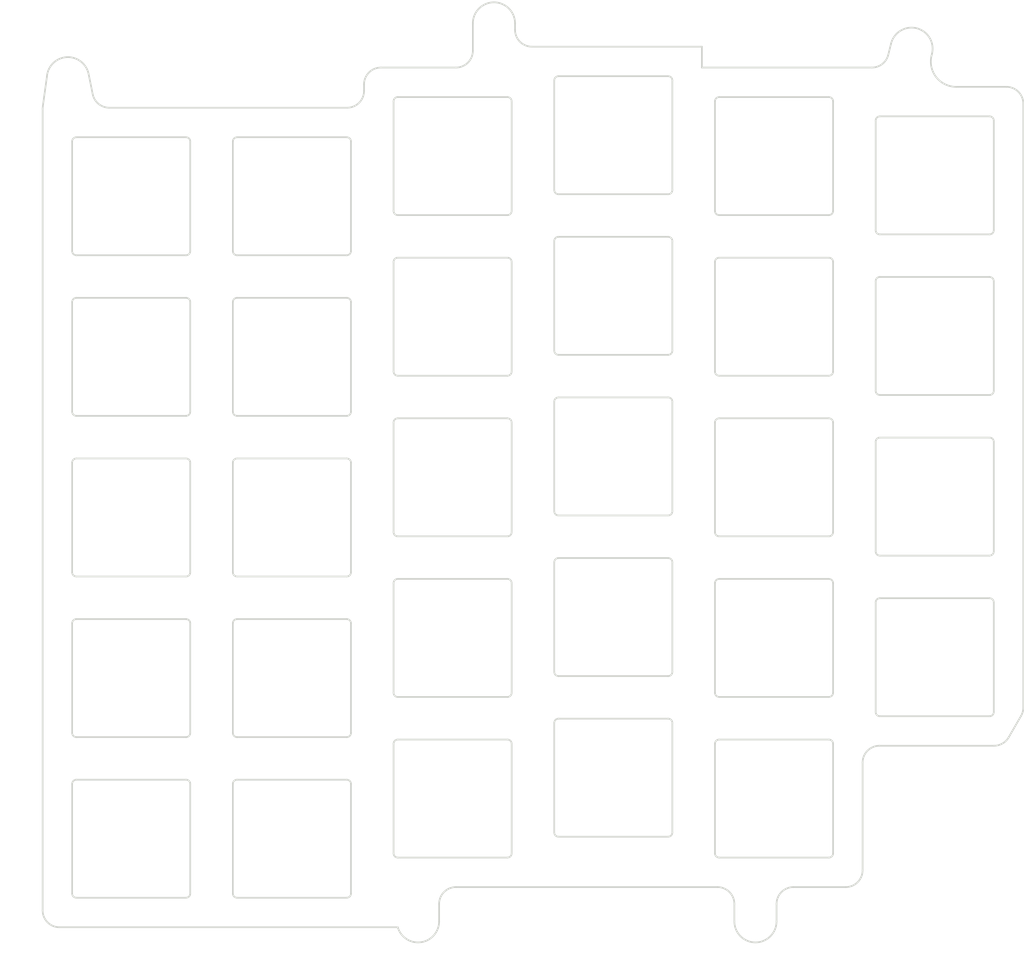
<source format=kicad_pcb>
(kicad_pcb (version 20211014) (generator pcbnew)
  (layers (0 "F.Cu" signal) (31 "B.Cu" signal) (34 "B.Paste" user) (35 "F.Paste" user) (36 "B.SilkS" user "B.Silkscreen") (37 "F.SilkS" user "F.Silkscreen") (38 "B.Mask" user) (39 "F.Mask" user) (44 "Edge.Cuts" user))
  (net 0 "")
  (footprint "MountingHole:MountingHole_2.5mm" (layer "F.Cu") (at 69.9216 48.126)
    (fp_text reference "REF**" hide)
    (fp_text value "MountingHole_2.5mm")
    (pad "" np_thru_hole circle (at 0 0) (size 2.5 2.5) (drill 2.5) (layers *.Cu *.Mask))
  )
  (footprint "MountingHole:MountingHole_2.5mm" (layer "F.Cu") (at 120.4216 41.626)
    (fp_text reference "REF**" hide)
    (fp_text value "MountingHole_2.5mm")
    (pad "" np_thru_hole circle (at 0 0) (size 2.5 2.5) (drill 2.5) (layers *.Cu *.Mask))
  )
  (footprint "MountingHole:MountingHole_2.5mm" (layer "F.Cu") (at 111.4216 148.126)
    (fp_text reference "REF**" hide)
    (fp_text value "MountingHole_2.5mm")
    (pad "" np_thru_hole circle (at 0 0) (size 2.5 2.5) (drill 2.5) (layers *.Cu *.Mask))
  )
  (footprint "MountingHole:MountingHole_2.5mm" (layer "F.Cu") (at 151.4216 148.126)
    (fp_text reference "REF**" hide)
    (fp_text value "MountingHole_2.5mm")
    (pad "" np_thru_hole circle (at 0 0) (size 2.5 2.5) (drill 2.5) (layers *.Cu *.Mask))
  )
  (footprint "MountingHole:MountingHole_2.5mm" (layer "F.Cu") (at 169.9216 44.626)
    (fp_text reference "REF**" hide)
    (fp_text value "MountingHole_2.5mm")
    (pad "" np_thru_hole circle (at 0 0) (size 2.5 2.5) (drill 2.5) (layers *.Cu *.Mask))
  )
  (gr_line (start 145.0716 44.387) (end 145.0716 46.8635) (layer "Edge.Cuts") (width 0.2))
  (gr_arc (start 141.5716 80.437) (mid 141.425146 80.79053) (end 141.0716 80.937) (layer "Edge.Cuts") (width 0.2))
  (gr_arc (start 103.4716 68.626) (mid 103.325153 68.979553) (end 102.9716 69.126) (layer "Edge.Cuts") (width 0.2))
  (gr_line (start 103.4716 55.626) (end 103.4716 68.626) (layer "Edge.Cuts") (width 0.2))
  (gr_arc (start 141.5716 61.387) (mid 141.425146 61.74053) (end 141.0716 61.887) (layer "Edge.Cuts") (width 0.2))
  (gr_line (start 108.5216 82.9135) (end 108.5216 69.9135) (layer "Edge.Cuts") (width 0.2))
  (gr_arc (start 70.9216 88.176) (mid 70.568047 88.029553) (end 70.4216 87.676) (layer "Edge.Cuts") (width 0.2))
  (gr_arc (start 153.9216 148.126) (mid 151.4216 150.626) (end 148.9216 148.126) (layer "Edge.Cuts") (width 0.2))
  (gr_arc (start 109.0216 121.5135) (mid 108.668047 121.367053) (end 108.5216 121.0135) (layer "Edge.Cuts") (width 0.2))
  (gr_line (start 89.9716 55.126) (end 102.9716 55.126) (layer "Edge.Cuts") (width 0.2))
  (gr_arc (start 67.426758 47.965488) (mid 69.751152 45.631817) (end 72.371412 47.62758) (layer "Edge.Cuts") (width 0.2))
  (gr_arc (start 70.4216 131.826) (mid 70.568047 131.472447) (end 70.9216 131.326) (layer "Edge.Cuts") (width 0.2))
  (gr_line (start 122.0216 121.5135) (end 109.0216 121.5135) (layer "Edge.Cuts") (width 0.2))
  (gr_line (start 122.9216 41.626) (end 122.9216 42.387) (layer "Edge.Cuts") (width 0.2))
  (gr_arc (start 103.4716 87.676) (mid 103.325153 88.029553) (end 102.9716 88.176) (layer "Edge.Cuts") (width 0.2))
  (gr_arc (start 127.5716 67.437) (mid 127.718045 67.083443) (end 128.0716 66.937) (layer "Edge.Cuts") (width 0.2))
  (gr_arc (start 167.165215 45.347344) (mid 166.455941 46.439508) (end 165.224623 46.8635) (layer "Edge.Cuts") (width 0.2))
  (gr_line (start 147.1216 88.4635) (end 160.1216 88.4635) (layer "Edge.Cuts") (width 0.2))
  (gr_line (start 70.9216 74.176) (end 83.9216 74.176) (layer "Edge.Cuts") (width 0.2))
  (gr_line (start 72.859119 50.024736) (end 72.371412 47.62758) (layer "Edge.Cuts") (width 0.2))
  (gr_line (start 70.4216 68.626) (end 70.4216 55.626) (layer "Edge.Cuts") (width 0.2))
  (gr_arc (start 83.9216 93.226) (mid 84.275153 93.372447) (end 84.4216 93.726) (layer "Edge.Cuts") (width 0.2))
  (gr_arc (start 146.6216 50.8635) (mid 146.768039 50.509923) (end 147.1216 50.3635) (layer "Edge.Cuts") (width 0.2))
  (gr_arc (start 109.0216 64.3635) (mid 108.668047 64.217053) (end 108.5216 63.8635) (layer "Edge.Cuts") (width 0.2))
  (gr_arc (start 146.6216 108.0135) (mid 146.768039 107.659923) (end 147.1216 107.5135) (layer "Edge.Cuts") (width 0.2))
  (gr_line (start 127.5716 61.387) (end 127.5716 48.387) (layer "Edge.Cuts") (width 0.2))
  (gr_line (start 141.5716 86.487) (end 141.5716 99.487) (layer "Edge.Cuts") (width 0.2))
  (gr_line (start 141.5716 105.537) (end 141.5716 118.537) (layer "Edge.Cuts") (width 0.2))
  (gr_line (start 160.6216 88.9635) (end 160.6216 101.9635) (layer "Edge.Cuts") (width 0.2))
  (gr_line (start 84.4216 55.626) (end 84.4216 68.626) (layer "Edge.Cuts") (width 0.2))
  (gr_arc (start 102.9716 131.326) (mid 103.325153 131.472447) (end 103.4716 131.826) (layer "Edge.Cuts") (width 0.2))
  (gr_arc (start 70.9216 145.326) (mid 70.568047 145.179553) (end 70.4216 144.826) (layer "Edge.Cuts") (width 0.2))
  (gr_line (start 70.4216 144.826) (end 70.4216 131.826) (layer "Edge.Cuts") (width 0.2))
  (gr_arc (start 128.0716 61.887) (mid 127.718045 61.740554) (end 127.5716 61.387) (layer "Edge.Cuts") (width 0.2))
  (gr_arc (start 127.5716 48.387) (mid 127.718045 48.033443) (end 128.0716 47.887) (layer "Edge.Cuts") (width 0.2))
  (gr_line (start 145.0716 46.8635) (end 165.224623 46.8635) (layer "Edge.Cuts") (width 0.2))
  (gr_line (start 160.1216 140.5635) (end 147.1216 140.5635) (layer "Edge.Cuts") (width 0.2))
  (gr_line (start 89.4716 125.776) (end 89.4716 112.776) (layer "Edge.Cuts") (width 0.2))
  (gr_arc (start 89.4716 55.626) (mid 89.618047 55.272447) (end 89.9716 55.126) (layer "Edge.Cuts") (width 0.2))
  (gr_arc (start 179.1716 71.6995) (mid 179.525174 71.845933) (end 179.6716 72.1995) (layer "Edge.Cuts") (width 0.2))
  (gr_line (start 146.6216 101.9635) (end 146.6216 88.9635) (layer "Edge.Cuts") (width 0.2))
  (gr_arc (start 83.9216 112.276) (mid 84.275153 112.422447) (end 84.4216 112.776) (layer "Edge.Cuts") (width 0.2))
  (gr_arc (start 68.9216 148.826) (mid 67.507386 148.240214) (end 66.9216 146.826) (layer "Edge.Cuts") (width 0.2))
  (gr_line (start 166.1716 90.7495) (end 179.1716 90.7495) (layer "Edge.Cuts") (width 0.2))
  (gr_arc (start 122.5216 63.8635) (mid 122.375153 64.217053) (end 122.0216 64.3635) (layer "Edge.Cuts") (width 0.2))
  (gr_line (start 127.5716 99.487) (end 127.5716 86.487) (layer "Edge.Cuts") (width 0.2))
  (gr_arc (start 179.6716 104.2495) (mid 179.525146 104.60303) (end 179.1716 104.7495) (layer "Edge.Cuts") (width 0.2))
  (gr_line (start 179.6716 72.1995) (end 179.6716 85.1995) (layer "Edge.Cuts") (width 0.2))
  (gr_arc (start 89.4716 112.776) (mid 89.618047 112.422447) (end 89.9716 112.276) (layer "Edge.Cuts") (width 0.2))
  (gr_line (start 109.0216 69.4135) (end 122.0216 69.4135) (layer "Edge.Cuts") (width 0.2))
  (gr_line (start 103.4716 93.726) (end 103.4716 106.726) (layer "Edge.Cuts") (width 0.2))
  (gr_arc (start 166.1716 85.6995) (mid 165.818067 85.55304) (end 165.6716 85.1995) (layer "Edge.Cuts") (width 0.2))
  (gr_arc (start 122.0216 88.4635) (mid 122.375153 88.609947) (end 122.5216 88.9635) (layer "Edge.Cuts") (width 0.2))
  (gr_arc (start 84.4216 125.776) (mid 84.275153 126.129553) (end 83.9216 126.276) (layer "Edge.Cuts") (width 0.2))
  (gr_line (start 146.6216 63.8635) (end 146.6216 50.8635) (layer "Edge.Cuts") (width 0.2))
  (gr_line (start 141.0716 138.087) (end 128.0716 138.087) (layer "Edge.Cuts") (width 0.2))
  (gr_line (start 122.5216 108.0135) (end 122.5216 121.0135) (layer "Edge.Cuts") (width 0.2))
  (gr_arc (start 141.5716 118.537) (mid 141.425146 118.89053) (end 141.0716 119.037) (layer "Edge.Cuts") (width 0.2))
  (gr_arc (start 141.0716 105.037) (mid 141.425174 105.183433) (end 141.5716 105.537) (layer "Edge.Cuts") (width 0.2))
  (gr_arc (start 66.9216 51.763351) (mid 66.9263 51.626323) (end 66.940377 51.489938) (layer "Edge.Cuts") (width 0.2))
  (gr_arc (start 108.5216 88.9635) (mid 108.668047 88.609947) (end 109.0216 88.4635) (layer "Edge.Cuts") (width 0.2))
  (gr_arc (start 89.9716 88.176) (mid 89.618047 88.029553) (end 89.4716 87.676) (layer "Edge.Cuts") (width 0.2))
  (gr_line (start 179.6716 110.2995) (end 179.6716 123.2995) (layer "Edge.Cuts") (width 0.2))
  (gr_line (start 70.4216 125.776) (end 70.4216 112.776) (layer "Edge.Cuts") (width 0.2))
  (gr_arc (start 122.5216 101.9635) (mid 122.375153 102.317053) (end 122.0216 102.4635) (layer "Edge.Cuts") (width 0.2))
  (gr_arc (start 146.6216 69.9135) (mid 146.768039 69.559923) (end 147.1216 69.4135) (layer "Edge.Cuts") (width 0.2))
  (gr_arc (start 70.4216 55.626) (mid 70.568047 55.272447) (end 70.9216 55.126) (layer "Edge.Cuts") (width 0.2))
  (gr_arc (start 108.5216 127.0635) (mid 108.668047 126.709947) (end 109.0216 126.5635) (layer "Edge.Cuts") (width 0.2))
  (gr_line (start 84.4216 112.776) (end 84.4216 125.776) (layer "Edge.Cuts") (width 0.2))
  (gr_arc (start 166.1716 104.7495) (mid 165.818067 104.60304) (end 165.6716 104.2495) (layer "Edge.Cuts") (width 0.2))
  (gr_line (start 183.1716 51.1495) (end 183.1716 122.763601) (layer "Edge.Cuts") (width 0.2))
  (gr_line (start 162.1216 144.0635) (end 155.9216 144.0635) (layer "Edge.Cuts") (width 0.2))
  (gr_line (start 165.6716 123.2995) (end 165.6716 110.2995) (layer "Edge.Cuts") (width 0.2))
  (gr_line (start 102.9716 69.126) (end 89.9716 69.126) (layer "Edge.Cuts") (width 0.2))
  (gr_line (start 128.0716 85.987) (end 141.0716 85.987) (layer "Edge.Cuts") (width 0.2))
  (gr_line (start 113.9216 148.126) (end 113.9216 146.0635) (layer "Edge.Cuts") (width 0.2))
  (gr_arc (start 83.9216 131.326) (mid 84.275153 131.472447) (end 84.4216 131.826) (layer "Edge.Cuts") (width 0.2))
  (gr_line (start 103.4716 131.826) (end 103.4716 144.826) (layer "Edge.Cuts") (width 0.2))
  (gr_arc (start 102.9716 55.126) (mid 103.325153 55.272447) (end 103.4716 55.626) (layer "Edge.Cuts") (width 0.2))
  (gr_arc (start 89.4716 93.726) (mid 89.618047 93.372447) (end 89.9716 93.226) (layer "Edge.Cuts") (width 0.2))
  (gr_line (start 124.9216 44.387) (end 145.0716 44.387) (layer "Edge.Cuts") (width 0.2))
  (gr_line (start 70.4216 106.726) (end 70.4216 93.726) (layer "Edge.Cuts") (width 0.2))
  (gr_arc (start 166.1716 123.7995) (mid 165.818067 123.65304) (end 165.6716 123.2995) (layer "Edge.Cuts") (width 0.2))
  (gr_arc (start 70.9216 126.276) (mid 70.568047 126.129553) (end 70.4216 125.776) (layer "Edge.Cuts") (width 0.2))
  (gr_arc (start 89.9716 107.226) (mid 89.618047 107.079553) (end 89.4716 106.726) (layer "Edge.Cuts") (width 0.2))
  (gr_line (start 179.707498 127.2995) (end 166.1216 127.2995) (layer "Edge.Cuts") (width 0.2))
  (gr_arc (start 103.4716 106.726) (mid 103.325153 107.079553) (end 102.9716 107.226) (layer "Edge.Cuts") (width 0.2))
  (gr_line (start 179.1716 66.6495) (end 166.1716 66.6495) (layer "Edge.Cuts") (width 0.2))
  (gr_arc (start 113.9216 146.0635) (mid 114.507386 144.649286) (end 115.9216 144.0635) (layer "Edge.Cuts") (width 0.2))
  (gr_arc (start 160.6216 101.9635) (mid 160.475146 102.31703) (end 160.1216 102.4635) (layer "Edge.Cuts") (width 0.2))
  (gr_line (start 66.9216 146.826) (end 66.9216 51.763351) (layer "Edge.Cuts") (width 0.2))
  (gr_arc (start 102.9716 74.176) (mid 103.325153 74.322447) (end 103.4716 74.676) (layer "Edge.Cuts") (width 0.2))
  (gr_arc (start 117.9216 44.8635) (mid 117.335814 46.277714) (end 115.9216 46.8635) (layer "Edge.Cuts") (width 0.2))
  (gr_line (start 179.1716 104.7495) (end 166.1716 104.7495) (layer "Edge.Cuts") (width 0.2))
  (gr_arc (start 89.9716 69.126) (mid 89.618047 68.979553) (end 89.4716 68.626) (layer "Edge.Cuts") (width 0.2))
  (gr_arc (start 141.5716 137.587) (mid 141.425146 137.94053) (end 141.0716 138.087) (layer "Edge.Cuts") (width 0.2))
  (gr_arc (start 109.0216 83.4135) (mid 108.668047 83.267053) (end 108.5216 82.9135) (layer "Edge.Cuts") (width 0.2))
  (gr_arc (start 122.0216 69.4135) (mid 122.375153 69.559947) (end 122.5216 69.9135) (layer "Edge.Cuts") (width 0.2))
  (gr_line (start 89.4716 144.826) (end 89.4716 131.826) (layer "Edge.Cuts") (width 0.2))
  (gr_arc (start 141.0716 85.987) (mid 141.425174 86.133433) (end 141.5716 86.487) (layer "Edge.Cuts") (width 0.2))
  (gr_arc (start 128.0716 80.937) (mid 127.718045 80.790554) (end 127.5716 80.437) (layer "Edge.Cuts") (width 0.2))
  (gr_arc (start 165.6716 53.1495) (mid 165.818039 52.795923) (end 166.1716 52.6495) (layer "Edge.Cuts") (width 0.2))
  (gr_arc (start 103.4716 144.826) (mid 103.325153 145.179553) (end 102.9716 145.326) (layer "Edge.Cuts") (width 0.2))
  (gr_arc (start 102.9716 112.276) (mid 103.325153 112.422447) (end 103.4716 112.776) (layer "Edge.Cuts") (width 0.2))
  (gr_line (start 70.9216 55.126) (end 83.9216 55.126) (layer "Edge.Cuts") (width 0.2))
  (gr_line (start 160.1216 64.3635) (end 147.1216 64.3635) (layer "Edge.Cuts") (width 0.2))
  (gr_line (start 127.5716 80.437) (end 127.5716 67.437) (layer "Edge.Cuts") (width 0.2))
  (gr_line (start 102.9716 88.176) (end 89.9716 88.176) (layer "Edge.Cuts") (width 0.2))
  (gr_arc (start 122.5216 82.9135) (mid 122.375153 83.267053) (end 122.0216 83.4135) (layer "Edge.Cuts") (width 0.2))
  (gr_arc (start 181.1716 49.1495) (mid 182.585834 49.735273) (end 183.1716 51.1495) (layer "Edge.Cuts") (width 0.2))
  (gr_arc (start 147.1216 140.5635) (mid 146.768067 140.41704) (end 146.6216 140.0635) (layer "Edge.Cuts") (width 0.2))
  (gr_line (start 83.9216 69.126) (end 70.9216 69.126) (layer "Edge.Cuts") (width 0.2))
  (gr_arc (start 124.9216 44.387) (mid 123.507386 43.801214) (end 122.9216 42.387) (layer "Edge.Cuts") (width 0.2))
  (gr_arc (start 89.4716 74.676) (mid 89.618047 74.322447) (end 89.9716 74.176) (layer "Edge.Cuts") (width 0.2))
  (gr_line (start 109.0216 88.4635) (end 122.0216 88.4635) (layer "Edge.Cuts") (width 0.2))
  (gr_line (start 109.0216 126.5635) (end 122.0216 126.5635) (layer "Edge.Cuts") (width 0.2))
  (gr_arc (start 105.0216 49.626) (mid 104.435814 51.040214) (end 103.0216 51.626) (layer "Edge.Cuts") (width 0.2))
  (gr_line (start 128.0716 105.037) (end 141.0716 105.037) (layer "Edge.Cuts") (width 0.2))
  (gr_line (start 165.6716 66.1495) (end 165.6716 53.1495) (layer "Edge.Cuts") (width 0.2))
  (gr_line (start 70.9216 112.276) (end 83.9216 112.276) (layer "Edge.Cuts") (width 0.2))
  (gr_arc (start 167.495861 44.021195) (mid 170.526405 42.200257) (end 172.347339 45.230805) (layer "Edge.Cuts") (width 0.2))
  (gr_arc (start 179.1716 90.7495) (mid 179.525174 90.895933) (end 179.6716 91.2495) (layer "Edge.Cuts") (width 0.2))
  (gr_arc (start 122.5216 140.0635) (mid 122.375153 140.417053) (end 122.0216 140.5635) (layer "Edge.Cuts") (width 0.2))
  (gr_line (start 89.9716 112.276) (end 102.9716 112.276) (layer "Edge.Cuts") (width 0.2))
  (gr_line (start 107.0216 46.8635) (end 115.9216 46.8635) (layer "Edge.Cuts") (width 0.2))
  (gr_line (start 102.9716 126.276) (end 89.9716 126.276) (layer "Edge.Cuts") (width 0.2))
  (gr_line (start 141.0716 99.987) (end 128.0716 99.987) (layer "Edge.Cuts") (width 0.2))
  (gr_line (start 89.9716 74.176) (end 102.9716 74.176) (layer "Edge.Cuts") (width 0.2))
  (gr_arc (start 179.1716 109.7995) (mid 179.525174 109.945933) (end 179.6716 110.2995) (layer "Edge.Cuts") (width 0.2))
  (gr_line (start 141.5716 48.387) (end 141.5716 61.387) (layer "Edge.Cuts") (width 0.2))
  (gr_line (start 166.1716 71.6995) (end 179.1716 71.6995) (layer "Edge.Cuts") (width 0.2))
  (gr_arc (start 84.4216 106.726) (mid 84.275153 107.079553) (end 83.9216 107.226) (layer "Edge.Cuts") (width 0.2))
  (gr_arc (start 70.4216 112.776) (mid 70.568047 112.422447) (end 70.9216 112.276) (layer "Edge.Cuts") (width 0.2))
  (gr_line (start 164.1216 129.2995) (end 164.1216 142.0635) (layer "Edge.Cuts") (width 0.2))
  (gr_arc (start 165.6716 110.2995) (mid 165.818039 109.945923) (end 166.1716 109.7995) (layer "Edge.Cuts") (width 0.2))
  (gr_line (start 146.6216 140.0635) (end 146.6216 127.0635) (layer "Edge.Cuts") (width 0.2))
  (gr_arc (start 113.9216 148.126) (mid 111.775153 150.600874) (end 109.0216 148.826) (layer "Edge.Cuts") (width 0.2))
  (gr_line (start 147.1216 126.5635) (end 160.1216 126.5635) (layer "Edge.Cuts") (width 0.2))
  (gr_arc (start 164.1216 129.2995) (mid 164.707379 127.885263) (end 166.1216 127.2995) (layer "Edge.Cuts") (width 0.2))
  (gr_line (start 122.5216 127.0635) (end 122.5216 140.0635) (layer "Edge.Cuts") (width 0.2))
  (gr_line (start 109.0216 50.3635) (end 122.0216 50.3635) (layer "Edge.Cuts") (width 0.2))
  (gr_arc (start 160.1216 88.4635) (mid 160.475174 88.609933) (end 160.6216 88.9635) (layer "Edge.Cuts") (width 0.2))
  (gr_arc (start 127.5716 105.537) (mid 127.718045 105.183443) (end 128.0716 105.037) (layer "Edge.Cuts") (width 0.2))
  (gr_line (start 165.6716 104.2495) (end 165.6716 91.2495) (layer "Edge.Cuts") (width 0.2))
  (gr_arc (start 146.6216 88.9635) (mid 146.768039 88.609923) (end 147.1216 88.4635) (layer "Edge.Cuts") (width 0.2))
  (gr_line (start 105.0216 49.626) (end 105.0216 48.8635) (layer "Edge.Cuts") (width 0.2))
  (gr_arc (start 127.5716 86.487) (mid 127.718045 86.133443) (end 128.0716 85.987) (layer "Edge.Cuts") (width 0.2))
  (gr_arc (start 165.6716 72.1995) (mid 165.818039 71.845923) (end 166.1716 71.6995) (layer "Edge.Cuts") (width 0.2))
  (gr_line (start 108.5216 121.0135) (end 108.5216 108.0135) (layer "Edge.Cuts") (width 0.2))
  (gr_line (start 179.1716 123.7995) (end 166.1716 123.7995) (layer "Edge.Cuts") (width 0.2))
  (gr_line (start 160.6216 108.0135) (end 160.6216 121.0135) (layer "Edge.Cuts") (width 0.2))
  (gr_arc (start 160.6216 82.9135) (mid 160.475146 83.26703) (end 160.1216 83.4135) (layer "Edge.Cuts") (width 0.2))
  (gr_arc (start 179.1716 52.6495) (mid 179.525174 52.795933) (end 179.6716 53.1495) (layer "Edge.Cuts") (width 0.2))
  (gr_arc (start 89.4716 131.826) (mid 89.618047 131.472447) (end 89.9716 131.326) (layer "Edge.Cuts") (width 0.2))
  (gr_arc (start 109.0216 102.4635) (mid 108.668047 102.317053) (end 108.5216 101.9635) (layer "Edge.Cuts") (width 0.2))
  (gr_arc (start 160.1216 69.4135) (mid 160.475174 69.559933) (end 160.6216 69.9135) (layer "Edge.Cuts") (width 0.2))
  (gr_arc (start 74.818968 51.626) (mid 73.553558 51.174785) (end 72.859119 50.024736) (layer "Edge.Cuts") (width 0.2))
  (gr_line (start 141.0716 61.887) (end 128.0716 61.887) (layer "Edge.Cuts") (width 0.2))
  (gr_line (start 89.9716 131.326) (end 102.9716 131.326) (layer "Edge.Cuts") (width 0.2))
  (gr_arc (start 128.0716 99.987) (mid 127.718045 99.840554) (end 127.5716 99.487) (layer "Edge.Cuts") (width 0.2))
  (gr_arc (start 160.1216 126.5635) (mid 160.475174 126.709933) (end 160.6216 127.0635) (layer "Edge.Cuts") (width 0.2))
  (gr_line (start 70.4216 87.676) (end 70.4216 74.676) (layer "Edge.Cuts") (width 0.2))
  (gr_arc (start 109.0216 140.5635) (mid 108.668047 140.417053) (end 108.5216 140.0635) (layer "Edge.Cuts") (width 0.2))
  (gr_line (start 89.4716 106.726) (end 89.4716 93.726) (layer "Edge.Cuts") (width 0.2))
  (gr_arc (start 141.0716 47.887) (mid 141.425174 48.033433) (end 141.5716 48.387) (layer "Edge.Cuts") (width 0.2))
  (gr_line (start 146.6216 121.0135) (end 146.6216 108.0135) (layer "Edge.Cuts") (width 0.2))
  (gr_line (start 181.439549 126.2995) (end 182.903651 123.763601) (layer "Edge.Cuts") (width 0.2))
  (gr_line (start 166.1716 109.7995) (end 179.1716 109.7995) (layer "Edge.Cuts") (width 0.2))
  (gr_line (start 147.1216 69.4135) (end 160.1216 69.4135) (layer "Edge.Cuts") (width 0.2))
  (gr_line (start 179.1716 85.6995) (end 166.1716 85.6995) (layer "Edge.Cuts") (width 0.2))
  (gr_arc (start 183.1716 122.763601) (mid 183.103447 123.281237) (end 182.903651 123.763601) (layer "Edge.Cuts") (width 0.2))
  (gr_line (start 160.6216 69.9135) (end 160.6216 82.9135) (layer "Edge.Cuts") (width 0.2))
  (gr_arc (start 89.9716 126.276) (mid 89.618047 126.129553) (end 89.4716 125.776) (layer "Edge.Cuts") (width 0.2))
  (gr_line (start 102.9716 145.326) (end 89.9716 145.326) (layer "Edge.Cuts") (width 0.2))
  (gr_arc (start 122.0216 107.5135) (mid 122.375153 107.659947) (end 122.5216 108.0135) (layer "Edge.Cuts") (width 0.2))
  (gr_arc (start 160.1216 107.5135) (mid 160.475174 107.659933) (end 160.6216 108.0135) (layer "Edge.Cuts") (width 0.2))
  (gr_line (start 146.6216 82.9135) (end 146.6216 69.9135) (layer "Edge.Cuts") (width 0.2))
  (gr_line (start 141.0716 80.937) (end 128.0716 80.937) (layer "Edge.Cuts") (width 0.2))
  (gr_line (start 84.4216 131.826) (end 84.4216 144.826) (layer "Edge.Cuts") (width 0.2))
  (gr_arc (start 122.0216 50.3635) (mid 122.375153 50.509947) (end 122.5216 50.8635) (layer "Edge.Cuts") (width 0.2))
  (gr_arc (start 160.6216 121.0135) (mid 160.475146 121.36703) (end 160.1216 121.5135) (layer "Edge.Cuts") (width 0.2))
  (gr_line (start 122.5216 50.8635) (end 122.5216 63.8635) (layer "Edge.Cuts") (width 0.2))
  (gr_arc (start 141.0716 66.937) (mid 141.425174 67.083433) (end 141.5716 67.437) (layer "Edge.Cuts") (width 0.2))
  (gr_arc (start 108.5216 108.0135) (mid 108.668047 107.659947) (end 109.0216 107.5135) (layer "Edge.Cuts") (width 0.2))
  (gr_line (start 67.426758 47.965488) (end 66.940377 51.489938) (layer "Edge.Cuts") (width 0.2))
  (gr_line (start 70.9216 93.226) (end 83.9216 93.226) (layer "Edge.Cuts") (width 0.2))
  (gr_line (start 122.5216 69.9135) (end 122.5216 82.9135) (layer "Edge.Cuts") (width 0.2))
  (gr_arc (start 181.439549 126.2995) (mid 180.707493 127.03153) (end 179.707498 127.2995) (layer "Edge.Cuts") (width 0.2))
  (gr_arc (start 146.9216 144.0635) (mid 148.335812 144.649287) (end 148.9216 146.0635) (layer "Edge.Cuts") (width 0.2))
  (gr_arc (start 83.9216 55.126) (mid 84.275153 55.272447) (end 84.4216 55.626) (layer "Edge.Cuts") (width 0.2))
  (gr_line (start 102.9716 107.226) (end 89.9716 107.226) (layer "Edge.Cuts") (width 0.2))
  (gr_arc (start 70.4216 93.726) (mid 70.568047 93.372447) (end 70.9216 93.226) (layer "Edge.Cuts") (width 0.2))
  (gr_line (start 128.0716 66.937) (end 141.0716 66.937) (layer "Edge.Cuts") (width 0.2))
  (gr_line (start 89.4716 87.676) (end 89.4716 74.676) (layer "Edge.Cuts") (width 0.2))
  (gr_line (start 108.5216 140.0635) (end 108.5216 127.0635) (layer "Edge.Cuts") (width 0.2))
  (gr_arc (start 128.0716 138.087) (mid 127.718045 137.940554) (end 127.5716 137.587) (layer "Edge.Cuts") (width 0.2))
  (gr_line (start 117.9216 41.626) (end 117.9216 44.8635) (layer "Edge.Cuts") (width 0.2))
  (gr_line (start 122.0216 64.3635) (end 109.0216 64.3635) (layer "Edge.Cuts") (width 0.2))
  (gr_line (start 153.9216 148.126) (end 153.9216 146.0635) (layer "Edge.Cuts") (width 0.2))
  (gr_line (start 160.1216 121.5135) (end 147.1216 121.5135) (layer "Edge.Cuts") (width 0.2))
  (gr_line (start 74.818968 51.626) (end 103.0216 51.626) (layer "Edge.Cuts") (width 0.2))
  (gr_arc (start 84.4216 87.676) (mid 84.275153 88.029553) (end 83.9216 88.176) (layer "Edge.Cuts") (width 0.2))
  (gr_arc (start 122.5216 121.0135) (mid 122.375153 121.367053) (end 122.0216 121.5135) (layer "Edge.Cuts") (width 0.2))
  (gr_arc (start 70.9216 69.126) (mid 70.568047 68.979553) (end 70.4216 68.626) (layer "Edge.Cuts") (width 0.2))
  (gr_line (start 103.4716 112.776) (end 103.4716 125.776) (layer "Edge.Cuts") (width 0.2))
  (gr_line (start 127.5716 137.587) (end 127.5716 124.587) (layer "Edge.Cuts") (width 0.2))
  (gr_arc (start 103.4716 125.776) (mid 103.325153 126.129553) (end 102.9716 126.276) (layer "Edge.Cuts") (width 0.2))
  (gr_arc (start 147.1216 102.4635) (mid 146.768067 102.31704) (end 146.6216 101.9635) (layer "Edge.Cuts") (width 0.2))
  (gr_line (start 122.5216 88.9635) (end 122.5216 101.9635) (layer "Edge.Cuts") (width 0.2))
  (gr_line (start 172.299237 45.423734) (end 172.347339 45.230805) (layer "Edge.Cuts") (width 0.2))
  (gr_line (start 179.6716 53.1495) (end 179.6716 66.1495) (layer "Edge.Cuts") (width 0.2))
  (gr_arc (start 108.5216 69.9135) (mid 108.668047 69.559947) (end 109.0216 69.4135) (layer "Edge.Cuts") (width 0.2))
  (gr_arc (start 164.1216 142.0635) (mid 163.535806 143.47769) (end 162.1216 144.0635) (layer "Edge.Cuts") (width 0.2))
  (gr_arc (start 141.0716 124.087) (mid 141.425174 124.233433) (end 141.5716 124.587) (layer "Edge.Cuts") (width 0.2))
  (gr_line (start 128.0716 124.087) (end 141.0716 124.087) (layer "Edge.Cuts") (width 0.2))
  (gr_line (start 175.210124 49.1495) (end 181.1716 49.1495) (layer "Edge.Cuts") (width 0.2))
  (gr_arc (start 146.6216 127.0635) (mid 146.768039 126.709923) (end 147.1216 126.5635) (layer "Edge.Cuts") (width 0.2))
  (gr_line (start 83.9216 88.176) (end 70.9216 88.176) (layer "Edge.Cuts") (width 0.2))
  (gr_arc (start 122.0216 126.5635) (mid 122.375153 126.709947) (end 122.5216 127.0635) (layer "Edge.Cuts") (width 0.2))
  (gr_line (start 122.0216 102.4635) (end 109.0216 102.4635) (layer "Edge.Cuts") (width 0.2))
  (gr_arc (start 83.9216 74.176) (mid 84.275153 74.322447) (end 84.4216 74.676) (layer "Edge.Cuts") (width 0.2))
  (gr_line (start 160.6216 50.8635) (end 160.6216 63.8635) (layer "Edge.Cuts") (width 0.2))
  (gr_line (start 108.5216 63.8635) (end 108.5216 50.8635) (layer "Edge.Cuts") (width 0.2))
  (gr_arc (start 70.9216 107.226) (mid 70.568047 107.079553) (end 70.4216 106.726) (layer "Edge.Cuts") (width 0.2))
  (gr_arc (start 84.4216 144.826) (mid 84.275153 145.179553) (end 83.9216 145.326) (layer "Edge.Cuts") (width 0.2))
  (gr_arc (start 102.9716 93.226) (mid 103.325153 93.372447) (end 103.4716 93.726) (layer "Edge.Cuts") (width 0.2))
  (gr_arc (start 127.5716 124.587) (mid 127.718045 124.233443) (end 128.0716 124.087) (layer "Edge.Cuts") (width 0.2))
  (gr_line (start 108.5216 101.9635) (end 108.5216 88.9635) (layer "Edge.Cuts") (width 0.2))
  (gr_arc (start 160.6216 140.0635) (mid 160.475146 140.41703) (end 160.1216 140.5635) (layer "Edge.Cuts") (width 0.2))
  (gr_line (start 128.0716 47.887) (end 141.0716 47.887) (layer "Edge.Cuts") (width 0.2))
  (gr_arc (start 89.9716 145.326) (mid 89.618047 145.179553) (end 89.4716 144.826) (layer "Edge.Cuts") (width 0.2))
  (gr_line (start 89.4716 68.626) (end 89.4716 55.626) (layer "Edge.Cuts") (width 0.2))
  (gr_arc (start 147.1216 64.3635) (mid 146.768067 64.21704) (end 146.6216 63.8635) (layer "Edge.Cuts") (width 0.2))
  (gr_line (start 141.5716 67.437) (end 141.5716 80.437) (layer "Edge.Cuts") (width 0.2))
  (gr_line (start 146.9216 144.0635) (end 115.9216 144.0635) (layer "Edge.Cuts") (width 0.2))
  (gr_line (start 83.9216 145.326) (end 70.9216 145.326) (layer "Edge.Cuts") (width 0.2))
  (gr_line (start 84.4216 93.726) (end 84.4216 106.726) (layer "Edge.Cuts") (width 0.2))
  (gr_line (start 160.1216 102.4635) (end 147.1216 102.4635) (layer "Edge.Cuts") (width 0.2))
  (gr_arc (start 105.0216 48.8635) (mid 105.607386 47.449286) (end 107.0216 46.8635) (layer "Edge.Cuts") (width 0.2))
  (gr_arc (start 128.0716 119.037) (mid 127.718045 118.890554) (end 127.5716 118.537) (layer "Edge.Cuts") (width 0.2))
  (gr_line (start 141.5716 124.587) (end 141.5716 137.587) (layer "Edge.Cuts") (width 0.2))
  (gr_arc (start 141.5716 99.487) (mid 141.425146 99.84053) (end 141.0716 99.987) (layer "Edge.Cuts") (width 0.2))
  (gr_line (start 109.0216 148.826) (end 68.9216 148.826) (layer "Edge.Cuts") (width 0.2))
  (gr_line (start 127.5716 118.537) (end 127.5716 105.537) (layer "Edge.Cuts") (width 0.2))
  (gr_arc (start 147.1216 121.5135) (mid 146.768067 121.36704) (end 146.6216 121.0135) (layer "Edge.Cuts") (width 0.2))
  (gr_arc (start 84.4216 68.626) (mid 84.275153 68.979553) (end 83.9216 69.126) (layer "Edge.Cuts") (width 0.2))
  (gr_line (start 148.9216 148.126) (end 148.9216 146.0635) (layer "Edge.Cuts") (width 0.2))
  (gr_arc (start 166.1716 66.6495) (mid 165.818067 66.50304) (end 165.6716 66.1495) (layer "Edge.Cuts") (width 0.2))
  (gr_arc (start 70.4216 74.676) (mid 70.568047 74.322447) (end 70.9216 74.176) (layer "Edge.Cuts") (width 0.2))
  (gr_line (start 141.0716 119.037) (end 128.0716 119.037) (layer "Edge.Cuts") (width 0.2))
  (gr_line (start 83.9216 126.276) (end 70.9216 126.276) (layer "Edge.Cuts") (width 0.2))
  (gr_line (start 122.0216 140.5635) (end 109.0216 140.5635) (layer "Edge.Cuts") (width 0.2))
  (gr_arc (start 153.9216 146.0635) (mid 154.507379 144.649263) (end 155.9216 144.0635) (layer "Edge.Cuts") (width 0.2))
  (gr_line (start 84.4216 74.676) (end 84.4216 87.676) (layer "Edge.Cuts") (width 0.2))
  (gr_arc (start 165.6716 91.2495) (mid 165.818039 90.895923) (end 166.1716 90.7495) (layer "Edge.Cuts") (width 0.2))
  (gr_line (start 179.6716 91.2495) (end 179.6716 104.2495) (layer "Edge.Cuts") (width 0.2))
  (gr_line (start 166.1716 52.6495) (end 179.1716 52.6495) (layer "Edge.Cuts") (width 0.2))
  (gr_line (start 103.4716 74.676) (end 103.4716 87.676) (layer "Edge.Cuts") (width 0.2))
  (gr_line (start 109.0216 107.5135) (end 122.0216 107.5135) (layer "Edge.Cuts") (width 0.2))
  (gr_line (start 160.1216 83.4135) (end 147.1216 83.4135) (layer "Edge.Cuts") (width 0.2))
  (gr_arc (start 179.6716 66.1495) (mid 179.525146 66.50303) (end 179.1716 66.6495) (layer "Edge.Cuts") (width 0.2))
  (gr_line (start 165.6716 85.1995) (end 165.6716 72.1995) (layer "Edge.Cuts") (width 0.2))
  (gr_arc (start 160.6216 63.8635) (mid 160.475146 64.21703) (end 160.1216 64.3635) (layer "Edge.Cuts") (width 0.2))
  (gr_line (start 89.9716 93.226) (end 102.9716 93.226) (layer "Edge.Cuts") (width 0.2))
  (gr_line (start 160.6216 127.0635) (end 160.6216 140.0635) (layer "Edge.Cuts") (width 0.2))
  (gr_line (start 70.9216 131.326) (end 83.9216 131.326) (layer "Edge.Cuts") (width 0.2))
  (gr_arc (start 179.6716 123.2995) (mid 179.525146 123.65303) (end 179.1716 123.7995) (layer "Edge.Cuts") (width 0.2))
  (gr_arc (start 179.6716 85.1995) (mid 179.525146 85.55303) (end 179.1716 85.6995) (layer "Edge.Cuts") (width 0.2))
  (gr_arc (start 175.210124 49.1495) (mid 172.846091 47.996485) (end 172.299237 45.423734) (layer "Edge.Cuts") (width 0.2))
  (gr_arc (start 117.9216 41.626) (mid 120.4216 39.126) (end 122.9216 41.626) (layer "Edge.Cuts") (width 0.2))
  (gr_arc (start 147.1216 83.4135) (mid 146.768067 83.26704) (end 146.6216 82.9135) (layer "Edge.Cuts") (width 0.2))
  (gr_line (start 147.1216 107.5135) (end 160.1216 107.5135) (layer "Edge.Cuts") (width 0.2))
  (gr_line (start 122.0216 83.4135) (end 109.0216 83.4135) (layer "Edge.Cuts") (width 0.2))
  (gr_line (start 83.9216 107.226) (end 70.9216 107.226) (layer "Edge.Cuts") (width 0.2))
  (gr_line (start 167.495861 44.021195) (end 167.165215 45.347344) (layer "Edge.Cuts") (width 0.2))
  (gr_arc (start 108.5216 50.8635) (mid 108.668047 50.509947) (end 109.0216 50.3635) (layer "Edge.Cuts") (width 0.2))
  (gr_line (start 147.1216 50.3635) (end 160.1216 50.3635) (layer "Edge.Cuts") (width 0.2))
  (gr_arc (start 160.1216 50.3635) (mid 160.475174 50.509933) (end 160.6216 50.8635) (layer "Edge.Cuts") (width 0.2))
)
</source>
